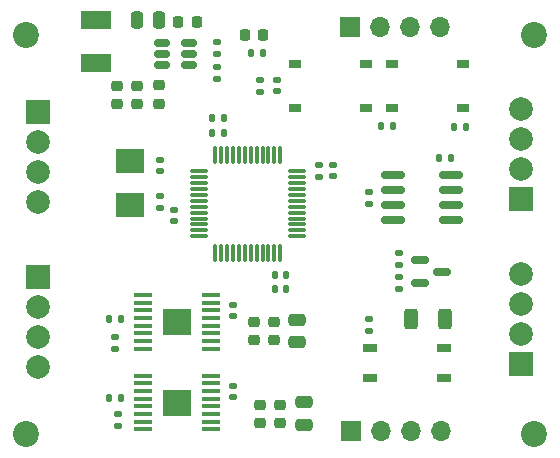
<source format=gts>
%TF.GenerationSoftware,KiCad,Pcbnew,8.0.3-8.0.3-0~ubuntu22.04.1*%
%TF.CreationDate,2024-06-18T13:07:19+03:00*%
%TF.ProjectId,DoserDriver,446f7365-7244-4726-9976-65722e6b6963,rev?*%
%TF.SameCoordinates,Original*%
%TF.FileFunction,Soldermask,Top*%
%TF.FilePolarity,Negative*%
%FSLAX46Y46*%
G04 Gerber Fmt 4.6, Leading zero omitted, Abs format (unit mm)*
G04 Created by KiCad (PCBNEW 8.0.3-8.0.3-0~ubuntu22.04.1) date 2024-06-18 13:07:19*
%MOMM*%
%LPD*%
G01*
G04 APERTURE LIST*
G04 Aperture macros list*
%AMRoundRect*
0 Rectangle with rounded corners*
0 $1 Rounding radius*
0 $2 $3 $4 $5 $6 $7 $8 $9 X,Y pos of 4 corners*
0 Add a 4 corners polygon primitive as box body*
4,1,4,$2,$3,$4,$5,$6,$7,$8,$9,$2,$3,0*
0 Add four circle primitives for the rounded corners*
1,1,$1+$1,$2,$3*
1,1,$1+$1,$4,$5*
1,1,$1+$1,$6,$7*
1,1,$1+$1,$8,$9*
0 Add four rect primitives between the rounded corners*
20,1,$1+$1,$2,$3,$4,$5,0*
20,1,$1+$1,$4,$5,$6,$7,0*
20,1,$1+$1,$6,$7,$8,$9,0*
20,1,$1+$1,$8,$9,$2,$3,0*%
G04 Aperture macros list end*
%ADD10RoundRect,0.250000X-0.312500X-0.625000X0.312500X-0.625000X0.312500X0.625000X-0.312500X0.625000X0*%
%ADD11RoundRect,0.135000X0.185000X-0.135000X0.185000X0.135000X-0.185000X0.135000X-0.185000X-0.135000X0*%
%ADD12RoundRect,0.140000X-0.170000X0.140000X-0.170000X-0.140000X0.170000X-0.140000X0.170000X0.140000X0*%
%ADD13RoundRect,0.250000X0.475000X-0.250000X0.475000X0.250000X-0.475000X0.250000X-0.475000X-0.250000X0*%
%ADD14RoundRect,0.135000X-0.135000X-0.185000X0.135000X-0.185000X0.135000X0.185000X-0.135000X0.185000X0*%
%ADD15RoundRect,0.140000X-0.140000X-0.170000X0.140000X-0.170000X0.140000X0.170000X-0.140000X0.170000X0*%
%ADD16RoundRect,0.135000X-0.185000X0.135000X-0.185000X-0.135000X0.185000X-0.135000X0.185000X0.135000X0*%
%ADD17RoundRect,0.140000X0.170000X-0.140000X0.170000X0.140000X-0.170000X0.140000X-0.170000X-0.140000X0*%
%ADD18RoundRect,0.250000X-0.250000X-0.475000X0.250000X-0.475000X0.250000X0.475000X-0.250000X0.475000X0*%
%ADD19RoundRect,0.225000X0.250000X-0.225000X0.250000X0.225000X-0.250000X0.225000X-0.250000X-0.225000X0*%
%ADD20RoundRect,0.225000X-0.250000X0.225000X-0.250000X-0.225000X0.250000X-0.225000X0.250000X0.225000X0*%
%ADD21R,2.000000X2.000000*%
%ADD22C,2.000000*%
%ADD23R,1.200000X0.800000*%
%ADD24RoundRect,0.140000X0.140000X0.170000X-0.140000X0.170000X-0.140000X-0.170000X0.140000X-0.170000X0*%
%ADD25C,2.200000*%
%ADD26RoundRect,0.218750X0.218750X0.256250X-0.218750X0.256250X-0.218750X-0.256250X0.218750X-0.256250X0*%
%ADD27RoundRect,0.150000X-0.512500X-0.150000X0.512500X-0.150000X0.512500X0.150000X-0.512500X0.150000X0*%
%ADD28R,1.000000X0.750000*%
%ADD29RoundRect,0.150000X-0.825000X-0.150000X0.825000X-0.150000X0.825000X0.150000X-0.825000X0.150000X0*%
%ADD30R,2.460000X2.310000*%
%ADD31RoundRect,0.100000X-0.687500X-0.100000X0.687500X-0.100000X0.687500X0.100000X-0.687500X0.100000X0*%
%ADD32RoundRect,0.135000X0.135000X0.185000X-0.135000X0.185000X-0.135000X-0.185000X0.135000X-0.185000X0*%
%ADD33R,1.700000X1.700000*%
%ADD34O,1.700000X1.700000*%
%ADD35RoundRect,0.075000X-0.662500X-0.075000X0.662500X-0.075000X0.662500X0.075000X-0.662500X0.075000X0*%
%ADD36RoundRect,0.075000X-0.075000X-0.662500X0.075000X-0.662500X0.075000X0.662500X-0.075000X0.662500X0*%
%ADD37R,2.500000X1.500000*%
%ADD38RoundRect,0.225000X-0.225000X-0.250000X0.225000X-0.250000X0.225000X0.250000X-0.225000X0.250000X0*%
%ADD39RoundRect,0.150000X-0.587500X-0.150000X0.587500X-0.150000X0.587500X0.150000X-0.587500X0.150000X0*%
%ADD40R,2.400000X2.000000*%
G04 APERTURE END LIST*
D10*
X84537500Y-57980000D03*
X87462500Y-57980000D03*
D11*
X71750000Y-38760000D03*
X71750000Y-37740000D03*
D12*
X73250000Y-37770000D03*
X73250000Y-38730000D03*
D13*
X74900000Y-59950000D03*
X74900000Y-58050000D03*
D14*
X58990000Y-64660000D03*
X60010000Y-64660000D03*
D15*
X67750000Y-42250000D03*
X68710000Y-42250000D03*
D16*
X68100000Y-34580000D03*
X68100000Y-35600000D03*
D17*
X81025000Y-48230000D03*
X81025000Y-47270000D03*
D18*
X61368750Y-32650000D03*
X63268750Y-32650000D03*
D19*
X71750000Y-66800000D03*
X71750000Y-65250000D03*
D11*
X83562500Y-53450000D03*
X83562500Y-52430000D03*
D20*
X61400000Y-38250000D03*
X61400000Y-39800000D03*
D13*
X75500000Y-66950000D03*
X75500000Y-65050000D03*
D17*
X63300000Y-45500000D03*
X63300000Y-44540000D03*
D12*
X78000000Y-44980000D03*
X78000000Y-45940000D03*
D21*
X93850000Y-47810000D03*
D22*
X93850000Y-45270000D03*
X93850000Y-42730000D03*
X93850000Y-40190000D03*
D12*
X76750000Y-45000000D03*
X76750000Y-45960000D03*
D19*
X71250000Y-59800000D03*
X71250000Y-58250000D03*
D16*
X59750000Y-66070000D03*
X59750000Y-67090000D03*
D19*
X73000000Y-59800000D03*
X73000000Y-58250000D03*
D23*
X81100000Y-60480000D03*
X81100000Y-63020000D03*
X87400000Y-63020000D03*
X87400000Y-60480000D03*
D14*
X70980000Y-35500000D03*
X72000000Y-35500000D03*
D21*
X93850000Y-61790000D03*
D22*
X93850000Y-59250000D03*
X93850000Y-56710000D03*
X93850000Y-54170000D03*
D24*
X74000000Y-54250000D03*
X73040000Y-54250000D03*
D25*
X95000000Y-67750000D03*
X95000000Y-34000000D03*
D24*
X74000000Y-55500000D03*
X73040000Y-55500000D03*
D26*
X72075000Y-34000000D03*
X70500000Y-34000000D03*
D21*
X53000000Y-54460000D03*
D22*
X53000000Y-57000000D03*
X53000000Y-59540000D03*
X53000000Y-62080000D03*
D20*
X59650000Y-38250000D03*
X59650000Y-39800000D03*
D27*
X63481250Y-34600000D03*
X63481250Y-35550000D03*
X63481250Y-36500000D03*
X65756250Y-36500000D03*
X65756250Y-35550000D03*
X65756250Y-34600000D03*
D14*
X58990000Y-58000000D03*
X60010000Y-58000000D03*
D28*
X80750000Y-40125000D03*
X74750000Y-40125000D03*
X80750000Y-36375000D03*
X74750000Y-36375000D03*
D17*
X69500000Y-64640000D03*
X69500000Y-63680000D03*
D29*
X83025000Y-45845000D03*
X83025000Y-47115000D03*
X83025000Y-48385000D03*
X83025000Y-49655000D03*
X87975000Y-49655000D03*
X87975000Y-48385000D03*
X87975000Y-47115000D03*
X87975000Y-45845000D03*
D20*
X63250000Y-38225000D03*
X63250000Y-39775000D03*
D30*
X64750000Y-65080000D03*
D31*
X61887500Y-62805000D03*
X61887500Y-63455000D03*
X61887500Y-64105000D03*
X61887500Y-64755000D03*
X61887500Y-65405000D03*
X61887500Y-66055000D03*
X61887500Y-66705000D03*
X61887500Y-67355000D03*
X67612500Y-67355000D03*
X67612500Y-66705000D03*
X67612500Y-66055000D03*
X67612500Y-65405000D03*
X67612500Y-64755000D03*
X67612500Y-64105000D03*
X67612500Y-63455000D03*
X67612500Y-62805000D03*
D17*
X69500000Y-57790000D03*
X69500000Y-56830000D03*
D25*
X52000000Y-67750000D03*
D32*
X89260000Y-41750000D03*
X88240000Y-41750000D03*
D12*
X63300000Y-47620000D03*
X63300000Y-48580000D03*
D30*
X64750000Y-58250000D03*
D31*
X61887500Y-55975000D03*
X61887500Y-56625000D03*
X61887500Y-57275000D03*
X61887500Y-57925000D03*
X61887500Y-58575000D03*
X61887500Y-59225000D03*
X61887500Y-59875000D03*
X61887500Y-60525000D03*
X67612500Y-60525000D03*
X67612500Y-59875000D03*
X67612500Y-59225000D03*
X67612500Y-58575000D03*
X67612500Y-57925000D03*
X67612500Y-57275000D03*
X67612500Y-56625000D03*
X67612500Y-55975000D03*
D33*
X79450000Y-67500000D03*
D34*
X81990000Y-67500000D03*
X84530000Y-67500000D03*
X87070000Y-67500000D03*
D17*
X64500000Y-49730000D03*
X64500000Y-48770000D03*
D35*
X66587500Y-45500000D03*
X66587500Y-46000000D03*
X66587500Y-46500000D03*
X66587500Y-47000000D03*
X66587500Y-47500000D03*
X66587500Y-48000000D03*
X66587500Y-48500000D03*
X66587500Y-49000000D03*
X66587500Y-49500000D03*
X66587500Y-50000000D03*
X66587500Y-50500000D03*
X66587500Y-51000000D03*
D36*
X68000000Y-52412500D03*
X68500000Y-52412500D03*
X69000000Y-52412500D03*
X69500000Y-52412500D03*
X70000000Y-52412500D03*
X70500000Y-52412500D03*
X71000000Y-52412500D03*
X71500000Y-52412500D03*
X72000000Y-52412500D03*
X72500000Y-52412500D03*
X73000000Y-52412500D03*
X73500000Y-52412500D03*
D35*
X74912500Y-51000000D03*
X74912500Y-50500000D03*
X74912500Y-50000000D03*
X74912500Y-49500000D03*
X74912500Y-49000000D03*
X74912500Y-48500000D03*
X74912500Y-48000000D03*
X74912500Y-47500000D03*
X74912500Y-47000000D03*
X74912500Y-46500000D03*
X74912500Y-46000000D03*
X74912500Y-45500000D03*
D36*
X73500000Y-44087500D03*
X73000000Y-44087500D03*
X72500000Y-44087500D03*
X72000000Y-44087500D03*
X71500000Y-44087500D03*
X71000000Y-44087500D03*
X70500000Y-44087500D03*
X70000000Y-44087500D03*
X69500000Y-44087500D03*
X69000000Y-44087500D03*
X68500000Y-44087500D03*
X68000000Y-44087500D03*
D19*
X73500000Y-66800000D03*
X73500000Y-65250000D03*
D37*
X57918750Y-36350000D03*
X57918750Y-32650000D03*
D21*
X53000000Y-40440000D03*
D22*
X53000000Y-42980000D03*
X53000000Y-45520000D03*
X53000000Y-48060000D03*
D32*
X83010000Y-41700000D03*
X81990000Y-41700000D03*
D14*
X86965000Y-44385000D03*
X87985000Y-44385000D03*
D28*
X83000000Y-36375000D03*
X89000000Y-36375000D03*
X83000000Y-40125000D03*
X89000000Y-40125000D03*
D25*
X52000000Y-34000000D03*
D15*
X67750000Y-41000000D03*
X68710000Y-41000000D03*
D38*
X64868750Y-32850000D03*
X66418750Y-32850000D03*
D16*
X59500000Y-59490000D03*
X59500000Y-60510000D03*
D39*
X85312500Y-53050000D03*
X85312500Y-54950000D03*
X87187500Y-54000000D03*
D33*
X79420000Y-33250000D03*
D34*
X81960000Y-33250000D03*
X84500000Y-33250000D03*
X87040000Y-33250000D03*
D16*
X68100000Y-36690000D03*
X68100000Y-37710000D03*
D11*
X81000000Y-59010000D03*
X81000000Y-57990000D03*
D16*
X83562500Y-54430000D03*
X83562500Y-55450000D03*
D40*
X60750000Y-44650000D03*
X60750000Y-48350000D03*
M02*

</source>
